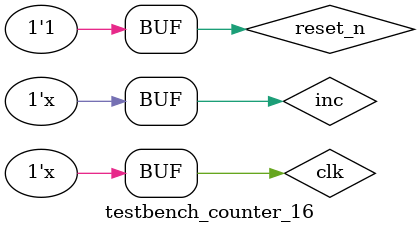
<source format=v>
`timescale 1ns / 1ps


module testbench_counter_16();
reg clk, reset_n, inc;
wire[15:0] count;

counter_16 c1(.clk(clk),.reset_n(reset_n),.inc(inc),.count(count));

always #5 clk = ~clk;
always #10 inc=~inc;

initial begin 
clk <=0;
reset_n <=0;
inc <=0;
#10 reset_n = 1;
end 
endmodule

</source>
